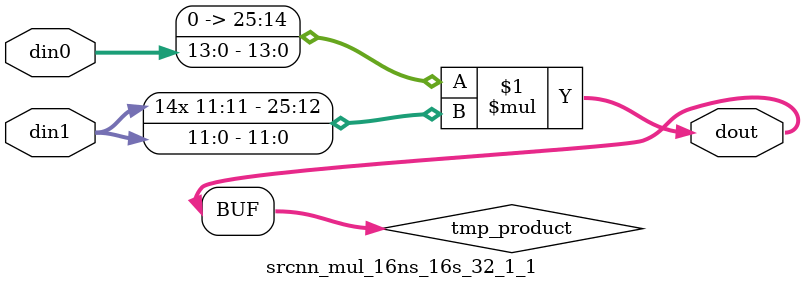
<source format=v>

`timescale 1 ns / 1 ps

  module srcnn_mul_16ns_16s_32_1_1(din0, din1, dout);
parameter ID = 1;
parameter NUM_STAGE = 0;
parameter din0_WIDTH = 14;
parameter din1_WIDTH = 12;
parameter dout_WIDTH = 26;

input [din0_WIDTH - 1 : 0] din0; 
input [din1_WIDTH - 1 : 0] din1; 
output [dout_WIDTH - 1 : 0] dout;

wire signed [dout_WIDTH - 1 : 0] tmp_product;











assign tmp_product = $signed({1'b0, din0}) * $signed(din1);










assign dout = tmp_product;







endmodule

</source>
